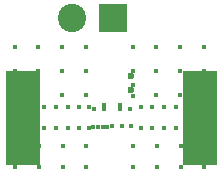
<source format=gbl>
G04 #@! TF.FileFunction,Copper,L4,Bot,Signal*
%FSLAX46Y46*%
G04 Gerber Fmt 4.6, Leading zero omitted, Abs format (unit mm)*
G04 Created by KiCad (PCBNEW 4.0.3-stable) date Sun Sep 11 01:23:42 2016*
%MOMM*%
%LPD*%
G01*
G04 APERTURE LIST*
%ADD10C,0.100000*%
%ADD11C,0.381000*%
%ADD12C,2.400000*%
%ADD13R,2.400000X2.400000*%
%ADD14R,3.000000X8.000000*%
%ADD15C,0.600000*%
G04 APERTURE END LIST*
D10*
D11*
X136850000Y-102500000D03*
X130900000Y-109450000D03*
X132900000Y-109450000D03*
X136900000Y-109450000D03*
X142900000Y-109450000D03*
X140900000Y-109450000D03*
X138900000Y-109450000D03*
X126900000Y-109450000D03*
X128900000Y-109450000D03*
X132900000Y-107700000D03*
X136900000Y-107700000D03*
X142900000Y-107700000D03*
X140900000Y-107700000D03*
X138900000Y-107700000D03*
X126900000Y-107700000D03*
X130900000Y-107700000D03*
X128900000Y-107700000D03*
X142850000Y-103350000D03*
X140850000Y-103350000D03*
X138850000Y-103350000D03*
X136850000Y-103500000D03*
X132850000Y-103350000D03*
X130850000Y-103350000D03*
X128850000Y-103350000D03*
X126850000Y-103350000D03*
X142850000Y-101350000D03*
X140850000Y-101350000D03*
X138850000Y-101350000D03*
X136850000Y-101350000D03*
X132850000Y-101350000D03*
X130850000Y-101350000D03*
X128850000Y-101350000D03*
X126850000Y-101350000D03*
X142850000Y-99350000D03*
X140850000Y-99350000D03*
X138850000Y-99350000D03*
X136850000Y-99350000D03*
X132850000Y-99350000D03*
X130850000Y-99350000D03*
X128850000Y-99350000D03*
X126850000Y-99350000D03*
X126400000Y-106200000D03*
X126400000Y-104400000D03*
X127350000Y-106200000D03*
X128350000Y-106200000D03*
X128350000Y-104400000D03*
X127350000Y-104400000D03*
X130350000Y-106200000D03*
X131350000Y-106200000D03*
X129350000Y-106200000D03*
X130350000Y-104400000D03*
X131350000Y-104400000D03*
X129350000Y-104400000D03*
X143500000Y-106200000D03*
X140500000Y-106200000D03*
X141500000Y-106200000D03*
X142500000Y-106200000D03*
X139500000Y-106200000D03*
X138500000Y-106200000D03*
X143500000Y-104400000D03*
X142500000Y-104400000D03*
X141500000Y-104400000D03*
X140500000Y-104400000D03*
X139500000Y-104400000D03*
X138500000Y-104400000D03*
X132300000Y-104400000D03*
X133100000Y-104400000D03*
X132300000Y-106200000D03*
X133100000Y-106200000D03*
X137500000Y-104400000D03*
X137500000Y-106200000D03*
X136700000Y-106000000D03*
X135900000Y-106000000D03*
X135100000Y-106000000D03*
X136600000Y-104600000D03*
X135800000Y-104600000D03*
X135800000Y-104200000D03*
X134400000Y-104200000D03*
X134400000Y-104600000D03*
X133600000Y-104600000D03*
X134700000Y-106100000D03*
X134300000Y-106100000D03*
X133900000Y-106100000D03*
X133500000Y-106100000D03*
D12*
X131700000Y-96900000D03*
D13*
X135200000Y-96900000D03*
D14*
X127550000Y-105300000D03*
X142500000Y-105300000D03*
D15*
X136700000Y-103000000D03*
X136700000Y-101800000D03*
M02*

</source>
